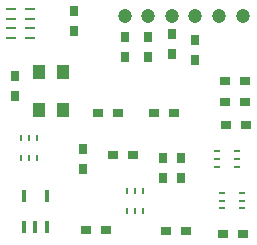
<source format=gbr>
G04 DipTrace 3.3.1.3*
G04 TopPaste.gbr*
%MOMM*%
G04 #@! TF.FileFunction,Paste,Top*
G04 #@! TF.Part,Single*
%AMOUTLINE2*
4,1,40,
0.49992,0.57561,
0.49924,0.58339,
0.49835,0.58672,
0.49692,0.58978,
0.49498,0.59256,
0.49256,0.59498,
0.48978,0.59692,
0.48672,0.59835,
0.48339,0.59924,
0.47561,0.59992,
-0.47561,0.59992,
-0.48339,0.59924,
-0.48672,0.59835,
-0.48978,0.59692,
-0.49256,0.59498,
-0.49498,0.59256,
-0.49692,0.58978,
-0.49835,0.58672,
-0.49924,0.58339,
-0.49992,0.57561,
-0.49992,-0.57561,
-0.49924,-0.58339,
-0.49835,-0.58672,
-0.49692,-0.58978,
-0.49498,-0.59256,
-0.49256,-0.59498,
-0.48978,-0.59692,
-0.48672,-0.59835,
-0.48339,-0.59924,
-0.47561,-0.59992,
0.47561,-0.59992,
0.48339,-0.59924,
0.48672,-0.59835,
0.48978,-0.59692,
0.49256,-0.59498,
0.49498,-0.59256,
0.49692,-0.58978,
0.49835,-0.58672,
0.49924,-0.58339,
0.49992,-0.57561,
0.49992,0.57561,
0*%
%ADD43R,0.34985X0.99985*%
%ADD49R,0.84985X0.24985*%
%ADD51C,1.19985*%
%ADD61R,0.59985X0.14985*%
%ADD63R,0.19985X0.49985*%
%ADD65R,0.49985X0.19985*%
%ADD67R,0.79985X0.89985*%
%ADD69R,0.89985X0.79985*%
%ADD73OUTLINE2*%
%FSLAX35Y35*%
G04*
G71*
G90*
G75*
G01*
G04 TopPaste*
%LPD*%
D73*
X1574998Y2724998D3*
X1774998D3*
X1574998Y2399998D3*
X1774998D3*
D69*
X2199998Y2024998D3*
X2369998D3*
X2244998Y2374998D3*
X2074998D3*
D67*
X1949998Y1899998D3*
Y2069998D3*
D69*
X1974998Y1390998D3*
X2144998D3*
X2549998Y2374998D3*
X2719998D3*
D67*
X2624998Y1824998D3*
Y1994998D3*
D69*
X2649998Y1374998D3*
X2819998D3*
D67*
X1874998Y3074998D3*
Y3244998D3*
X1374998Y2524998D3*
Y2694998D3*
D65*
X3124998Y1699998D3*
Y1634998D3*
Y1569998D3*
X3294998D3*
Y1699998D3*
Y1636498D3*
D63*
X2324998Y1549998D3*
X2389998D3*
X2454998D3*
Y1719998D3*
X2324998D3*
X2388498D3*
D61*
X3249998Y1924998D3*
Y1989998D3*
Y2054998D3*
X3079998D3*
Y1989998D3*
Y1924998D3*
D51*
X2299998Y3199998D3*
X2499998D3*
X2699998D3*
X2899998D3*
X3099998D3*
X3299998D3*
D67*
X2774998Y1999998D3*
Y1829998D3*
D69*
X3324998Y2274998D3*
X3154998D3*
X3299998Y1349998D3*
X3129998D3*
D63*
X1424998Y1999998D3*
X1489998D3*
X1554998D3*
Y2169998D3*
X1424998D3*
X1488498D3*
D67*
X2299998Y3024998D3*
Y2854998D3*
X2499998Y3024998D3*
Y2854998D3*
X2899998Y2999998D3*
Y2829998D3*
X2699998Y2874998D3*
Y3044998D3*
D49*
X1499998Y3015998D3*
Y3095998D3*
Y3175998D3*
Y3255998D3*
X1339998D3*
Y3175998D3*
Y3095998D3*
Y3015998D3*
D43*
X1449998Y1415998D3*
X1544998D3*
X1639998D3*
Y1675998D3*
X1449998D3*
D69*
X3149998Y2649998D3*
X3319998D3*
X3149998Y2474998D3*
X3319998D3*
M02*

</source>
